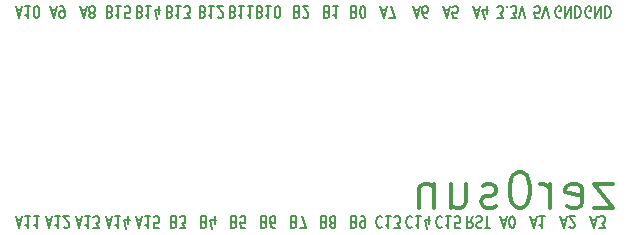
<source format=gbr>
G04 #@! TF.GenerationSoftware,KiCad,Pcbnew,5.1.4+dfsg1-2*
G04 #@! TF.CreationDate,2019-12-30T19:47:55+08:00*
G04 #@! TF.ProjectId,usb2can,75736232-6361-46e2-9e6b-696361645f70,rev?*
G04 #@! TF.SameCoordinates,Original*
G04 #@! TF.FileFunction,Legend,Bot*
G04 #@! TF.FilePolarity,Positive*
%FSLAX46Y46*%
G04 Gerber Fmt 4.6, Leading zero omitted, Abs format (unit mm)*
G04 Created by KiCad (PCBNEW 5.1.4+dfsg1-2) date 2019-12-30 19:47:55*
%MOMM*%
%LPD*%
G04 APERTURE LIST*
%ADD10C,0.150000*%
%ADD11C,0.300000*%
G04 APERTURE END LIST*
D10*
X70002476Y-46220000D02*
X69926285Y-46267619D01*
X69812000Y-46267619D01*
X69697714Y-46220000D01*
X69621523Y-46124761D01*
X69583428Y-46029523D01*
X69545333Y-45839047D01*
X69545333Y-45696190D01*
X69583428Y-45505714D01*
X69621523Y-45410476D01*
X69697714Y-45315238D01*
X69812000Y-45267619D01*
X69888190Y-45267619D01*
X70002476Y-45315238D01*
X70040571Y-45362857D01*
X70040571Y-45696190D01*
X69888190Y-45696190D01*
X70383428Y-45267619D02*
X70383428Y-46267619D01*
X70840571Y-45267619D01*
X70840571Y-46267619D01*
X71221523Y-45267619D02*
X71221523Y-46267619D01*
X71412000Y-46267619D01*
X71526285Y-46220000D01*
X71602476Y-46124761D01*
X71640571Y-46029523D01*
X71678666Y-45839047D01*
X71678666Y-45696190D01*
X71640571Y-45505714D01*
X71602476Y-45410476D01*
X71526285Y-45315238D01*
X71412000Y-45267619D01*
X71221523Y-45267619D01*
X67462476Y-46220000D02*
X67386285Y-46267619D01*
X67272000Y-46267619D01*
X67157714Y-46220000D01*
X67081523Y-46124761D01*
X67043428Y-46029523D01*
X67005333Y-45839047D01*
X67005333Y-45696190D01*
X67043428Y-45505714D01*
X67081523Y-45410476D01*
X67157714Y-45315238D01*
X67272000Y-45267619D01*
X67348190Y-45267619D01*
X67462476Y-45315238D01*
X67500571Y-45362857D01*
X67500571Y-45696190D01*
X67348190Y-45696190D01*
X67843428Y-45267619D02*
X67843428Y-46267619D01*
X68300571Y-45267619D01*
X68300571Y-46267619D01*
X68681523Y-45267619D02*
X68681523Y-46267619D01*
X68872000Y-46267619D01*
X68986285Y-46220000D01*
X69062476Y-46124761D01*
X69100571Y-46029523D01*
X69138666Y-45839047D01*
X69138666Y-45696190D01*
X69100571Y-45505714D01*
X69062476Y-45410476D01*
X68986285Y-45315238D01*
X68872000Y-45267619D01*
X68681523Y-45267619D01*
X65633619Y-46267619D02*
X65252666Y-46267619D01*
X65214571Y-45791428D01*
X65252666Y-45839047D01*
X65328857Y-45886666D01*
X65519333Y-45886666D01*
X65595523Y-45839047D01*
X65633619Y-45791428D01*
X65671714Y-45696190D01*
X65671714Y-45458095D01*
X65633619Y-45362857D01*
X65595523Y-45315238D01*
X65519333Y-45267619D01*
X65328857Y-45267619D01*
X65252666Y-45315238D01*
X65214571Y-45362857D01*
X65900285Y-46267619D02*
X66166952Y-45267619D01*
X66433619Y-46267619D01*
X62065047Y-46267619D02*
X62560285Y-46267619D01*
X62293619Y-45886666D01*
X62407904Y-45886666D01*
X62484095Y-45839047D01*
X62522190Y-45791428D01*
X62560285Y-45696190D01*
X62560285Y-45458095D01*
X62522190Y-45362857D01*
X62484095Y-45315238D01*
X62407904Y-45267619D01*
X62179333Y-45267619D01*
X62103142Y-45315238D01*
X62065047Y-45362857D01*
X62903142Y-45362857D02*
X62941238Y-45315238D01*
X62903142Y-45267619D01*
X62865047Y-45315238D01*
X62903142Y-45362857D01*
X62903142Y-45267619D01*
X63207904Y-46267619D02*
X63703142Y-46267619D01*
X63436476Y-45886666D01*
X63550761Y-45886666D01*
X63626952Y-45839047D01*
X63665047Y-45791428D01*
X63703142Y-45696190D01*
X63703142Y-45458095D01*
X63665047Y-45362857D01*
X63626952Y-45315238D01*
X63550761Y-45267619D01*
X63322190Y-45267619D01*
X63246000Y-45315238D01*
X63207904Y-45362857D01*
X63931714Y-46267619D02*
X64198380Y-45267619D01*
X64465047Y-46267619D01*
X60134571Y-45553333D02*
X60515523Y-45553333D01*
X60058380Y-45267619D02*
X60325047Y-46267619D01*
X60591714Y-45267619D01*
X61201238Y-45934285D02*
X61201238Y-45267619D01*
X61010761Y-46315238D02*
X60820285Y-45600952D01*
X61315523Y-45600952D01*
X57594571Y-45553333D02*
X57975523Y-45553333D01*
X57518380Y-45267619D02*
X57785047Y-46267619D01*
X58051714Y-45267619D01*
X58699333Y-46267619D02*
X58318380Y-46267619D01*
X58280285Y-45791428D01*
X58318380Y-45839047D01*
X58394571Y-45886666D01*
X58585047Y-45886666D01*
X58661238Y-45839047D01*
X58699333Y-45791428D01*
X58737428Y-45696190D01*
X58737428Y-45458095D01*
X58699333Y-45362857D01*
X58661238Y-45315238D01*
X58585047Y-45267619D01*
X58394571Y-45267619D01*
X58318380Y-45315238D01*
X58280285Y-45362857D01*
X55054571Y-45553333D02*
X55435523Y-45553333D01*
X54978380Y-45267619D02*
X55245047Y-46267619D01*
X55511714Y-45267619D01*
X56121238Y-46267619D02*
X55968857Y-46267619D01*
X55892666Y-46220000D01*
X55854571Y-46172380D01*
X55778380Y-46029523D01*
X55740285Y-45839047D01*
X55740285Y-45458095D01*
X55778380Y-45362857D01*
X55816476Y-45315238D01*
X55892666Y-45267619D01*
X56045047Y-45267619D01*
X56121238Y-45315238D01*
X56159333Y-45362857D01*
X56197428Y-45458095D01*
X56197428Y-45696190D01*
X56159333Y-45791428D01*
X56121238Y-45839047D01*
X56045047Y-45886666D01*
X55892666Y-45886666D01*
X55816476Y-45839047D01*
X55778380Y-45791428D01*
X55740285Y-45696190D01*
X52260571Y-45553333D02*
X52641523Y-45553333D01*
X52184380Y-45267619D02*
X52451047Y-46267619D01*
X52717714Y-45267619D01*
X52908190Y-46267619D02*
X53441523Y-46267619D01*
X53098666Y-45267619D01*
X49968190Y-45791428D02*
X50082476Y-45743809D01*
X50120571Y-45696190D01*
X50158666Y-45600952D01*
X50158666Y-45458095D01*
X50120571Y-45362857D01*
X50082476Y-45315238D01*
X50006285Y-45267619D01*
X49701523Y-45267619D01*
X49701523Y-46267619D01*
X49968190Y-46267619D01*
X50044380Y-46220000D01*
X50082476Y-46172380D01*
X50120571Y-46077142D01*
X50120571Y-45981904D01*
X50082476Y-45886666D01*
X50044380Y-45839047D01*
X49968190Y-45791428D01*
X49701523Y-45791428D01*
X50653904Y-46267619D02*
X50730095Y-46267619D01*
X50806285Y-46220000D01*
X50844380Y-46172380D01*
X50882476Y-46077142D01*
X50920571Y-45886666D01*
X50920571Y-45648571D01*
X50882476Y-45458095D01*
X50844380Y-45362857D01*
X50806285Y-45315238D01*
X50730095Y-45267619D01*
X50653904Y-45267619D01*
X50577714Y-45315238D01*
X50539619Y-45362857D01*
X50501523Y-45458095D01*
X50463428Y-45648571D01*
X50463428Y-45886666D01*
X50501523Y-46077142D01*
X50539619Y-46172380D01*
X50577714Y-46220000D01*
X50653904Y-46267619D01*
X47682190Y-45791428D02*
X47796476Y-45743809D01*
X47834571Y-45696190D01*
X47872666Y-45600952D01*
X47872666Y-45458095D01*
X47834571Y-45362857D01*
X47796476Y-45315238D01*
X47720285Y-45267619D01*
X47415523Y-45267619D01*
X47415523Y-46267619D01*
X47682190Y-46267619D01*
X47758380Y-46220000D01*
X47796476Y-46172380D01*
X47834571Y-46077142D01*
X47834571Y-45981904D01*
X47796476Y-45886666D01*
X47758380Y-45839047D01*
X47682190Y-45791428D01*
X47415523Y-45791428D01*
X48634571Y-45267619D02*
X48177428Y-45267619D01*
X48406000Y-45267619D02*
X48406000Y-46267619D01*
X48329809Y-46124761D01*
X48253619Y-46029523D01*
X48177428Y-45981904D01*
X45142190Y-45791428D02*
X45256476Y-45743809D01*
X45294571Y-45696190D01*
X45332666Y-45600952D01*
X45332666Y-45458095D01*
X45294571Y-45362857D01*
X45256476Y-45315238D01*
X45180285Y-45267619D01*
X44875523Y-45267619D01*
X44875523Y-46267619D01*
X45142190Y-46267619D01*
X45218380Y-46220000D01*
X45256476Y-46172380D01*
X45294571Y-46077142D01*
X45294571Y-45981904D01*
X45256476Y-45886666D01*
X45218380Y-45839047D01*
X45142190Y-45791428D01*
X44875523Y-45791428D01*
X45637428Y-46172380D02*
X45675523Y-46220000D01*
X45751714Y-46267619D01*
X45942190Y-46267619D01*
X46018380Y-46220000D01*
X46056476Y-46172380D01*
X46094571Y-46077142D01*
X46094571Y-45981904D01*
X46056476Y-45839047D01*
X45599333Y-45267619D01*
X46094571Y-45267619D01*
X41967238Y-45791428D02*
X42081523Y-45743809D01*
X42119619Y-45696190D01*
X42157714Y-45600952D01*
X42157714Y-45458095D01*
X42119619Y-45362857D01*
X42081523Y-45315238D01*
X42005333Y-45267619D01*
X41700571Y-45267619D01*
X41700571Y-46267619D01*
X41967238Y-46267619D01*
X42043428Y-46220000D01*
X42081523Y-46172380D01*
X42119619Y-46077142D01*
X42119619Y-45981904D01*
X42081523Y-45886666D01*
X42043428Y-45839047D01*
X41967238Y-45791428D01*
X41700571Y-45791428D01*
X42919619Y-45267619D02*
X42462476Y-45267619D01*
X42691047Y-45267619D02*
X42691047Y-46267619D01*
X42614857Y-46124761D01*
X42538666Y-46029523D01*
X42462476Y-45981904D01*
X43414857Y-46267619D02*
X43491047Y-46267619D01*
X43567238Y-46220000D01*
X43605333Y-46172380D01*
X43643428Y-46077142D01*
X43681523Y-45886666D01*
X43681523Y-45648571D01*
X43643428Y-45458095D01*
X43605333Y-45362857D01*
X43567238Y-45315238D01*
X43491047Y-45267619D01*
X43414857Y-45267619D01*
X43338666Y-45315238D01*
X43300571Y-45362857D01*
X43262476Y-45458095D01*
X43224380Y-45648571D01*
X43224380Y-45886666D01*
X43262476Y-46077142D01*
X43300571Y-46172380D01*
X43338666Y-46220000D01*
X43414857Y-46267619D01*
X39681238Y-45791428D02*
X39795523Y-45743809D01*
X39833619Y-45696190D01*
X39871714Y-45600952D01*
X39871714Y-45458095D01*
X39833619Y-45362857D01*
X39795523Y-45315238D01*
X39719333Y-45267619D01*
X39414571Y-45267619D01*
X39414571Y-46267619D01*
X39681238Y-46267619D01*
X39757428Y-46220000D01*
X39795523Y-46172380D01*
X39833619Y-46077142D01*
X39833619Y-45981904D01*
X39795523Y-45886666D01*
X39757428Y-45839047D01*
X39681238Y-45791428D01*
X39414571Y-45791428D01*
X40633619Y-45267619D02*
X40176476Y-45267619D01*
X40405047Y-45267619D02*
X40405047Y-46267619D01*
X40328857Y-46124761D01*
X40252666Y-46029523D01*
X40176476Y-45981904D01*
X41395523Y-45267619D02*
X40938380Y-45267619D01*
X41166952Y-45267619D02*
X41166952Y-46267619D01*
X41090761Y-46124761D01*
X41014571Y-46029523D01*
X40938380Y-45981904D01*
X37141238Y-45791428D02*
X37255523Y-45743809D01*
X37293619Y-45696190D01*
X37331714Y-45600952D01*
X37331714Y-45458095D01*
X37293619Y-45362857D01*
X37255523Y-45315238D01*
X37179333Y-45267619D01*
X36874571Y-45267619D01*
X36874571Y-46267619D01*
X37141238Y-46267619D01*
X37217428Y-46220000D01*
X37255523Y-46172380D01*
X37293619Y-46077142D01*
X37293619Y-45981904D01*
X37255523Y-45886666D01*
X37217428Y-45839047D01*
X37141238Y-45791428D01*
X36874571Y-45791428D01*
X38093619Y-45267619D02*
X37636476Y-45267619D01*
X37865047Y-45267619D02*
X37865047Y-46267619D01*
X37788857Y-46124761D01*
X37712666Y-46029523D01*
X37636476Y-45981904D01*
X38398380Y-46172380D02*
X38436476Y-46220000D01*
X38512666Y-46267619D01*
X38703142Y-46267619D01*
X38779333Y-46220000D01*
X38817428Y-46172380D01*
X38855523Y-46077142D01*
X38855523Y-45981904D01*
X38817428Y-45839047D01*
X38360285Y-45267619D01*
X38855523Y-45267619D01*
X34347238Y-45791428D02*
X34461523Y-45743809D01*
X34499619Y-45696190D01*
X34537714Y-45600952D01*
X34537714Y-45458095D01*
X34499619Y-45362857D01*
X34461523Y-45315238D01*
X34385333Y-45267619D01*
X34080571Y-45267619D01*
X34080571Y-46267619D01*
X34347238Y-46267619D01*
X34423428Y-46220000D01*
X34461523Y-46172380D01*
X34499619Y-46077142D01*
X34499619Y-45981904D01*
X34461523Y-45886666D01*
X34423428Y-45839047D01*
X34347238Y-45791428D01*
X34080571Y-45791428D01*
X35299619Y-45267619D02*
X34842476Y-45267619D01*
X35071047Y-45267619D02*
X35071047Y-46267619D01*
X34994857Y-46124761D01*
X34918666Y-46029523D01*
X34842476Y-45981904D01*
X35566285Y-46267619D02*
X36061523Y-46267619D01*
X35794857Y-45886666D01*
X35909142Y-45886666D01*
X35985333Y-45839047D01*
X36023428Y-45791428D01*
X36061523Y-45696190D01*
X36061523Y-45458095D01*
X36023428Y-45362857D01*
X35985333Y-45315238D01*
X35909142Y-45267619D01*
X35680571Y-45267619D01*
X35604380Y-45315238D01*
X35566285Y-45362857D01*
X31807238Y-45791428D02*
X31921523Y-45743809D01*
X31959619Y-45696190D01*
X31997714Y-45600952D01*
X31997714Y-45458095D01*
X31959619Y-45362857D01*
X31921523Y-45315238D01*
X31845333Y-45267619D01*
X31540571Y-45267619D01*
X31540571Y-46267619D01*
X31807238Y-46267619D01*
X31883428Y-46220000D01*
X31921523Y-46172380D01*
X31959619Y-46077142D01*
X31959619Y-45981904D01*
X31921523Y-45886666D01*
X31883428Y-45839047D01*
X31807238Y-45791428D01*
X31540571Y-45791428D01*
X32759619Y-45267619D02*
X32302476Y-45267619D01*
X32531047Y-45267619D02*
X32531047Y-46267619D01*
X32454857Y-46124761D01*
X32378666Y-46029523D01*
X32302476Y-45981904D01*
X33445333Y-45934285D02*
X33445333Y-45267619D01*
X33254857Y-46315238D02*
X33064380Y-45600952D01*
X33559619Y-45600952D01*
X29267238Y-45791428D02*
X29381523Y-45743809D01*
X29419619Y-45696190D01*
X29457714Y-45600952D01*
X29457714Y-45458095D01*
X29419619Y-45362857D01*
X29381523Y-45315238D01*
X29305333Y-45267619D01*
X29000571Y-45267619D01*
X29000571Y-46267619D01*
X29267238Y-46267619D01*
X29343428Y-46220000D01*
X29381523Y-46172380D01*
X29419619Y-46077142D01*
X29419619Y-45981904D01*
X29381523Y-45886666D01*
X29343428Y-45839047D01*
X29267238Y-45791428D01*
X29000571Y-45791428D01*
X30219619Y-45267619D02*
X29762476Y-45267619D01*
X29991047Y-45267619D02*
X29991047Y-46267619D01*
X29914857Y-46124761D01*
X29838666Y-46029523D01*
X29762476Y-45981904D01*
X30943428Y-46267619D02*
X30562476Y-46267619D01*
X30524380Y-45791428D01*
X30562476Y-45839047D01*
X30638666Y-45886666D01*
X30829142Y-45886666D01*
X30905333Y-45839047D01*
X30943428Y-45791428D01*
X30981523Y-45696190D01*
X30981523Y-45458095D01*
X30943428Y-45362857D01*
X30905333Y-45315238D01*
X30829142Y-45267619D01*
X30638666Y-45267619D01*
X30562476Y-45315238D01*
X30524380Y-45362857D01*
X26860571Y-45553333D02*
X27241523Y-45553333D01*
X26784380Y-45267619D02*
X27051047Y-46267619D01*
X27317714Y-45267619D01*
X27698666Y-45839047D02*
X27622476Y-45886666D01*
X27584380Y-45934285D01*
X27546285Y-46029523D01*
X27546285Y-46077142D01*
X27584380Y-46172380D01*
X27622476Y-46220000D01*
X27698666Y-46267619D01*
X27851047Y-46267619D01*
X27927238Y-46220000D01*
X27965333Y-46172380D01*
X28003428Y-46077142D01*
X28003428Y-46029523D01*
X27965333Y-45934285D01*
X27927238Y-45886666D01*
X27851047Y-45839047D01*
X27698666Y-45839047D01*
X27622476Y-45791428D01*
X27584380Y-45743809D01*
X27546285Y-45648571D01*
X27546285Y-45458095D01*
X27584380Y-45362857D01*
X27622476Y-45315238D01*
X27698666Y-45267619D01*
X27851047Y-45267619D01*
X27927238Y-45315238D01*
X27965333Y-45362857D01*
X28003428Y-45458095D01*
X28003428Y-45648571D01*
X27965333Y-45743809D01*
X27927238Y-45791428D01*
X27851047Y-45839047D01*
X24320571Y-45553333D02*
X24701523Y-45553333D01*
X24244380Y-45267619D02*
X24511047Y-46267619D01*
X24777714Y-45267619D01*
X25082476Y-45267619D02*
X25234857Y-45267619D01*
X25311047Y-45315238D01*
X25349142Y-45362857D01*
X25425333Y-45505714D01*
X25463428Y-45696190D01*
X25463428Y-46077142D01*
X25425333Y-46172380D01*
X25387238Y-46220000D01*
X25311047Y-46267619D01*
X25158666Y-46267619D01*
X25082476Y-46220000D01*
X25044380Y-46172380D01*
X25006285Y-46077142D01*
X25006285Y-45839047D01*
X25044380Y-45743809D01*
X25082476Y-45696190D01*
X25158666Y-45648571D01*
X25311047Y-45648571D01*
X25387238Y-45696190D01*
X25425333Y-45743809D01*
X25463428Y-45839047D01*
X21399619Y-45553333D02*
X21780571Y-45553333D01*
X21323428Y-45267619D02*
X21590095Y-46267619D01*
X21856761Y-45267619D01*
X22542476Y-45267619D02*
X22085333Y-45267619D01*
X22313904Y-45267619D02*
X22313904Y-46267619D01*
X22237714Y-46124761D01*
X22161523Y-46029523D01*
X22085333Y-45981904D01*
X23037714Y-46267619D02*
X23113904Y-46267619D01*
X23190095Y-46220000D01*
X23228190Y-46172380D01*
X23266285Y-46077142D01*
X23304380Y-45886666D01*
X23304380Y-45648571D01*
X23266285Y-45458095D01*
X23228190Y-45362857D01*
X23190095Y-45315238D01*
X23113904Y-45267619D01*
X23037714Y-45267619D01*
X22961523Y-45315238D01*
X22923428Y-45362857D01*
X22885333Y-45458095D01*
X22847238Y-45648571D01*
X22847238Y-45886666D01*
X22885333Y-46077142D01*
X22923428Y-46172380D01*
X22961523Y-46220000D01*
X23037714Y-46267619D01*
X70040571Y-63333333D02*
X70421523Y-63333333D01*
X69964380Y-63047619D02*
X70231047Y-64047619D01*
X70497714Y-63047619D01*
X70688190Y-64047619D02*
X71183428Y-64047619D01*
X70916761Y-63666666D01*
X71031047Y-63666666D01*
X71107238Y-63619047D01*
X71145333Y-63571428D01*
X71183428Y-63476190D01*
X71183428Y-63238095D01*
X71145333Y-63142857D01*
X71107238Y-63095238D01*
X71031047Y-63047619D01*
X70802476Y-63047619D01*
X70726285Y-63095238D01*
X70688190Y-63142857D01*
X67500571Y-63333333D02*
X67881523Y-63333333D01*
X67424380Y-63047619D02*
X67691047Y-64047619D01*
X67957714Y-63047619D01*
X68186285Y-63952380D02*
X68224380Y-64000000D01*
X68300571Y-64047619D01*
X68491047Y-64047619D01*
X68567238Y-64000000D01*
X68605333Y-63952380D01*
X68643428Y-63857142D01*
X68643428Y-63761904D01*
X68605333Y-63619047D01*
X68148190Y-63047619D01*
X68643428Y-63047619D01*
X64960571Y-63333333D02*
X65341523Y-63333333D01*
X64884380Y-63047619D02*
X65151047Y-64047619D01*
X65417714Y-63047619D01*
X66103428Y-63047619D02*
X65646285Y-63047619D01*
X65874857Y-63047619D02*
X65874857Y-64047619D01*
X65798666Y-63904761D01*
X65722476Y-63809523D01*
X65646285Y-63761904D01*
X62420571Y-63333333D02*
X62801523Y-63333333D01*
X62344380Y-63047619D02*
X62611047Y-64047619D01*
X62877714Y-63047619D01*
X63296761Y-64047619D02*
X63372952Y-64047619D01*
X63449142Y-64000000D01*
X63487238Y-63952380D01*
X63525333Y-63857142D01*
X63563428Y-63666666D01*
X63563428Y-63428571D01*
X63525333Y-63238095D01*
X63487238Y-63142857D01*
X63449142Y-63095238D01*
X63372952Y-63047619D01*
X63296761Y-63047619D01*
X63220571Y-63095238D01*
X63182476Y-63142857D01*
X63144380Y-63238095D01*
X63106285Y-63428571D01*
X63106285Y-63666666D01*
X63144380Y-63857142D01*
X63182476Y-63952380D01*
X63220571Y-64000000D01*
X63296761Y-64047619D01*
X60013904Y-63047619D02*
X59747238Y-63523809D01*
X59556761Y-63047619D02*
X59556761Y-64047619D01*
X59861523Y-64047619D01*
X59937714Y-64000000D01*
X59975809Y-63952380D01*
X60013904Y-63857142D01*
X60013904Y-63714285D01*
X59975809Y-63619047D01*
X59937714Y-63571428D01*
X59861523Y-63523809D01*
X59556761Y-63523809D01*
X60318666Y-63095238D02*
X60432952Y-63047619D01*
X60623428Y-63047619D01*
X60699619Y-63095238D01*
X60737714Y-63142857D01*
X60775809Y-63238095D01*
X60775809Y-63333333D01*
X60737714Y-63428571D01*
X60699619Y-63476190D01*
X60623428Y-63523809D01*
X60471047Y-63571428D01*
X60394857Y-63619047D01*
X60356761Y-63666666D01*
X60318666Y-63761904D01*
X60318666Y-63857142D01*
X60356761Y-63952380D01*
X60394857Y-64000000D01*
X60471047Y-64047619D01*
X60661523Y-64047619D01*
X60775809Y-64000000D01*
X61004380Y-64047619D02*
X61461523Y-64047619D01*
X61232952Y-63047619D02*
X61232952Y-64047619D01*
X57397714Y-63142857D02*
X57359619Y-63095238D01*
X57245333Y-63047619D01*
X57169142Y-63047619D01*
X57054857Y-63095238D01*
X56978666Y-63190476D01*
X56940571Y-63285714D01*
X56902476Y-63476190D01*
X56902476Y-63619047D01*
X56940571Y-63809523D01*
X56978666Y-63904761D01*
X57054857Y-64000000D01*
X57169142Y-64047619D01*
X57245333Y-64047619D01*
X57359619Y-64000000D01*
X57397714Y-63952380D01*
X58159619Y-63047619D02*
X57702476Y-63047619D01*
X57931047Y-63047619D02*
X57931047Y-64047619D01*
X57854857Y-63904761D01*
X57778666Y-63809523D01*
X57702476Y-63761904D01*
X58883428Y-64047619D02*
X58502476Y-64047619D01*
X58464380Y-63571428D01*
X58502476Y-63619047D01*
X58578666Y-63666666D01*
X58769142Y-63666666D01*
X58845333Y-63619047D01*
X58883428Y-63571428D01*
X58921523Y-63476190D01*
X58921523Y-63238095D01*
X58883428Y-63142857D01*
X58845333Y-63095238D01*
X58769142Y-63047619D01*
X58578666Y-63047619D01*
X58502476Y-63095238D01*
X58464380Y-63142857D01*
X54857714Y-63142857D02*
X54819619Y-63095238D01*
X54705333Y-63047619D01*
X54629142Y-63047619D01*
X54514857Y-63095238D01*
X54438666Y-63190476D01*
X54400571Y-63285714D01*
X54362476Y-63476190D01*
X54362476Y-63619047D01*
X54400571Y-63809523D01*
X54438666Y-63904761D01*
X54514857Y-64000000D01*
X54629142Y-64047619D01*
X54705333Y-64047619D01*
X54819619Y-64000000D01*
X54857714Y-63952380D01*
X55619619Y-63047619D02*
X55162476Y-63047619D01*
X55391047Y-63047619D02*
X55391047Y-64047619D01*
X55314857Y-63904761D01*
X55238666Y-63809523D01*
X55162476Y-63761904D01*
X56305333Y-63714285D02*
X56305333Y-63047619D01*
X56114857Y-64095238D02*
X55924380Y-63380952D01*
X56419619Y-63380952D01*
X52317714Y-63142857D02*
X52279619Y-63095238D01*
X52165333Y-63047619D01*
X52089142Y-63047619D01*
X51974857Y-63095238D01*
X51898666Y-63190476D01*
X51860571Y-63285714D01*
X51822476Y-63476190D01*
X51822476Y-63619047D01*
X51860571Y-63809523D01*
X51898666Y-63904761D01*
X51974857Y-64000000D01*
X52089142Y-64047619D01*
X52165333Y-64047619D01*
X52279619Y-64000000D01*
X52317714Y-63952380D01*
X53079619Y-63047619D02*
X52622476Y-63047619D01*
X52851047Y-63047619D02*
X52851047Y-64047619D01*
X52774857Y-63904761D01*
X52698666Y-63809523D01*
X52622476Y-63761904D01*
X53346285Y-64047619D02*
X53841523Y-64047619D01*
X53574857Y-63666666D01*
X53689142Y-63666666D01*
X53765333Y-63619047D01*
X53803428Y-63571428D01*
X53841523Y-63476190D01*
X53841523Y-63238095D01*
X53803428Y-63142857D01*
X53765333Y-63095238D01*
X53689142Y-63047619D01*
X53460571Y-63047619D01*
X53384380Y-63095238D01*
X53346285Y-63142857D01*
X49968190Y-63571428D02*
X50082476Y-63523809D01*
X50120571Y-63476190D01*
X50158666Y-63380952D01*
X50158666Y-63238095D01*
X50120571Y-63142857D01*
X50082476Y-63095238D01*
X50006285Y-63047619D01*
X49701523Y-63047619D01*
X49701523Y-64047619D01*
X49968190Y-64047619D01*
X50044380Y-64000000D01*
X50082476Y-63952380D01*
X50120571Y-63857142D01*
X50120571Y-63761904D01*
X50082476Y-63666666D01*
X50044380Y-63619047D01*
X49968190Y-63571428D01*
X49701523Y-63571428D01*
X50539619Y-63047619D02*
X50692000Y-63047619D01*
X50768190Y-63095238D01*
X50806285Y-63142857D01*
X50882476Y-63285714D01*
X50920571Y-63476190D01*
X50920571Y-63857142D01*
X50882476Y-63952380D01*
X50844380Y-64000000D01*
X50768190Y-64047619D01*
X50615809Y-64047619D01*
X50539619Y-64000000D01*
X50501523Y-63952380D01*
X50463428Y-63857142D01*
X50463428Y-63619047D01*
X50501523Y-63523809D01*
X50539619Y-63476190D01*
X50615809Y-63428571D01*
X50768190Y-63428571D01*
X50844380Y-63476190D01*
X50882476Y-63523809D01*
X50920571Y-63619047D01*
X47428190Y-63571428D02*
X47542476Y-63523809D01*
X47580571Y-63476190D01*
X47618666Y-63380952D01*
X47618666Y-63238095D01*
X47580571Y-63142857D01*
X47542476Y-63095238D01*
X47466285Y-63047619D01*
X47161523Y-63047619D01*
X47161523Y-64047619D01*
X47428190Y-64047619D01*
X47504380Y-64000000D01*
X47542476Y-63952380D01*
X47580571Y-63857142D01*
X47580571Y-63761904D01*
X47542476Y-63666666D01*
X47504380Y-63619047D01*
X47428190Y-63571428D01*
X47161523Y-63571428D01*
X48075809Y-63619047D02*
X47999619Y-63666666D01*
X47961523Y-63714285D01*
X47923428Y-63809523D01*
X47923428Y-63857142D01*
X47961523Y-63952380D01*
X47999619Y-64000000D01*
X48075809Y-64047619D01*
X48228190Y-64047619D01*
X48304380Y-64000000D01*
X48342476Y-63952380D01*
X48380571Y-63857142D01*
X48380571Y-63809523D01*
X48342476Y-63714285D01*
X48304380Y-63666666D01*
X48228190Y-63619047D01*
X48075809Y-63619047D01*
X47999619Y-63571428D01*
X47961523Y-63523809D01*
X47923428Y-63428571D01*
X47923428Y-63238095D01*
X47961523Y-63142857D01*
X47999619Y-63095238D01*
X48075809Y-63047619D01*
X48228190Y-63047619D01*
X48304380Y-63095238D01*
X48342476Y-63142857D01*
X48380571Y-63238095D01*
X48380571Y-63428571D01*
X48342476Y-63523809D01*
X48304380Y-63571428D01*
X48228190Y-63619047D01*
X44888190Y-63571428D02*
X45002476Y-63523809D01*
X45040571Y-63476190D01*
X45078666Y-63380952D01*
X45078666Y-63238095D01*
X45040571Y-63142857D01*
X45002476Y-63095238D01*
X44926285Y-63047619D01*
X44621523Y-63047619D01*
X44621523Y-64047619D01*
X44888190Y-64047619D01*
X44964380Y-64000000D01*
X45002476Y-63952380D01*
X45040571Y-63857142D01*
X45040571Y-63761904D01*
X45002476Y-63666666D01*
X44964380Y-63619047D01*
X44888190Y-63571428D01*
X44621523Y-63571428D01*
X45345333Y-64047619D02*
X45878666Y-64047619D01*
X45535809Y-63047619D01*
X42348190Y-63571428D02*
X42462476Y-63523809D01*
X42500571Y-63476190D01*
X42538666Y-63380952D01*
X42538666Y-63238095D01*
X42500571Y-63142857D01*
X42462476Y-63095238D01*
X42386285Y-63047619D01*
X42081523Y-63047619D01*
X42081523Y-64047619D01*
X42348190Y-64047619D01*
X42424380Y-64000000D01*
X42462476Y-63952380D01*
X42500571Y-63857142D01*
X42500571Y-63761904D01*
X42462476Y-63666666D01*
X42424380Y-63619047D01*
X42348190Y-63571428D01*
X42081523Y-63571428D01*
X43224380Y-64047619D02*
X43072000Y-64047619D01*
X42995809Y-64000000D01*
X42957714Y-63952380D01*
X42881523Y-63809523D01*
X42843428Y-63619047D01*
X42843428Y-63238095D01*
X42881523Y-63142857D01*
X42919619Y-63095238D01*
X42995809Y-63047619D01*
X43148190Y-63047619D01*
X43224380Y-63095238D01*
X43262476Y-63142857D01*
X43300571Y-63238095D01*
X43300571Y-63476190D01*
X43262476Y-63571428D01*
X43224380Y-63619047D01*
X43148190Y-63666666D01*
X42995809Y-63666666D01*
X42919619Y-63619047D01*
X42881523Y-63571428D01*
X42843428Y-63476190D01*
X39808190Y-63571428D02*
X39922476Y-63523809D01*
X39960571Y-63476190D01*
X39998666Y-63380952D01*
X39998666Y-63238095D01*
X39960571Y-63142857D01*
X39922476Y-63095238D01*
X39846285Y-63047619D01*
X39541523Y-63047619D01*
X39541523Y-64047619D01*
X39808190Y-64047619D01*
X39884380Y-64000000D01*
X39922476Y-63952380D01*
X39960571Y-63857142D01*
X39960571Y-63761904D01*
X39922476Y-63666666D01*
X39884380Y-63619047D01*
X39808190Y-63571428D01*
X39541523Y-63571428D01*
X40722476Y-64047619D02*
X40341523Y-64047619D01*
X40303428Y-63571428D01*
X40341523Y-63619047D01*
X40417714Y-63666666D01*
X40608190Y-63666666D01*
X40684380Y-63619047D01*
X40722476Y-63571428D01*
X40760571Y-63476190D01*
X40760571Y-63238095D01*
X40722476Y-63142857D01*
X40684380Y-63095238D01*
X40608190Y-63047619D01*
X40417714Y-63047619D01*
X40341523Y-63095238D01*
X40303428Y-63142857D01*
X37268190Y-63571428D02*
X37382476Y-63523809D01*
X37420571Y-63476190D01*
X37458666Y-63380952D01*
X37458666Y-63238095D01*
X37420571Y-63142857D01*
X37382476Y-63095238D01*
X37306285Y-63047619D01*
X37001523Y-63047619D01*
X37001523Y-64047619D01*
X37268190Y-64047619D01*
X37344380Y-64000000D01*
X37382476Y-63952380D01*
X37420571Y-63857142D01*
X37420571Y-63761904D01*
X37382476Y-63666666D01*
X37344380Y-63619047D01*
X37268190Y-63571428D01*
X37001523Y-63571428D01*
X38144380Y-63714285D02*
X38144380Y-63047619D01*
X37953904Y-64095238D02*
X37763428Y-63380952D01*
X38258666Y-63380952D01*
X34728190Y-63571428D02*
X34842476Y-63523809D01*
X34880571Y-63476190D01*
X34918666Y-63380952D01*
X34918666Y-63238095D01*
X34880571Y-63142857D01*
X34842476Y-63095238D01*
X34766285Y-63047619D01*
X34461523Y-63047619D01*
X34461523Y-64047619D01*
X34728190Y-64047619D01*
X34804380Y-64000000D01*
X34842476Y-63952380D01*
X34880571Y-63857142D01*
X34880571Y-63761904D01*
X34842476Y-63666666D01*
X34804380Y-63619047D01*
X34728190Y-63571428D01*
X34461523Y-63571428D01*
X35185333Y-64047619D02*
X35680571Y-64047619D01*
X35413904Y-63666666D01*
X35528190Y-63666666D01*
X35604380Y-63619047D01*
X35642476Y-63571428D01*
X35680571Y-63476190D01*
X35680571Y-63238095D01*
X35642476Y-63142857D01*
X35604380Y-63095238D01*
X35528190Y-63047619D01*
X35299619Y-63047619D01*
X35223428Y-63095238D01*
X35185333Y-63142857D01*
X31559619Y-63333333D02*
X31940571Y-63333333D01*
X31483428Y-63047619D02*
X31750095Y-64047619D01*
X32016761Y-63047619D01*
X32702476Y-63047619D02*
X32245333Y-63047619D01*
X32473904Y-63047619D02*
X32473904Y-64047619D01*
X32397714Y-63904761D01*
X32321523Y-63809523D01*
X32245333Y-63761904D01*
X33426285Y-64047619D02*
X33045333Y-64047619D01*
X33007238Y-63571428D01*
X33045333Y-63619047D01*
X33121523Y-63666666D01*
X33311999Y-63666666D01*
X33388190Y-63619047D01*
X33426285Y-63571428D01*
X33464380Y-63476190D01*
X33464380Y-63238095D01*
X33426285Y-63142857D01*
X33388190Y-63095238D01*
X33311999Y-63047619D01*
X33121523Y-63047619D01*
X33045333Y-63095238D01*
X33007238Y-63142857D01*
X29019619Y-63333333D02*
X29400571Y-63333333D01*
X28943428Y-63047619D02*
X29210095Y-64047619D01*
X29476761Y-63047619D01*
X30162476Y-63047619D02*
X29705333Y-63047619D01*
X29933904Y-63047619D02*
X29933904Y-64047619D01*
X29857714Y-63904761D01*
X29781523Y-63809523D01*
X29705333Y-63761904D01*
X30848190Y-63714285D02*
X30848190Y-63047619D01*
X30657714Y-64095238D02*
X30467238Y-63380952D01*
X30962476Y-63380952D01*
X26479619Y-63333333D02*
X26860571Y-63333333D01*
X26403428Y-63047619D02*
X26670095Y-64047619D01*
X26936761Y-63047619D01*
X27622476Y-63047619D02*
X27165333Y-63047619D01*
X27393904Y-63047619D02*
X27393904Y-64047619D01*
X27317714Y-63904761D01*
X27241523Y-63809523D01*
X27165333Y-63761904D01*
X27889142Y-64047619D02*
X28384380Y-64047619D01*
X28117714Y-63666666D01*
X28231999Y-63666666D01*
X28308190Y-63619047D01*
X28346285Y-63571428D01*
X28384380Y-63476190D01*
X28384380Y-63238095D01*
X28346285Y-63142857D01*
X28308190Y-63095238D01*
X28231999Y-63047619D01*
X28003428Y-63047619D01*
X27927238Y-63095238D01*
X27889142Y-63142857D01*
X23939619Y-63333333D02*
X24320571Y-63333333D01*
X23863428Y-63047619D02*
X24130095Y-64047619D01*
X24396761Y-63047619D01*
X25082476Y-63047619D02*
X24625333Y-63047619D01*
X24853904Y-63047619D02*
X24853904Y-64047619D01*
X24777714Y-63904761D01*
X24701523Y-63809523D01*
X24625333Y-63761904D01*
X25387238Y-63952380D02*
X25425333Y-64000000D01*
X25501523Y-64047619D01*
X25691999Y-64047619D01*
X25768190Y-64000000D01*
X25806285Y-63952380D01*
X25844380Y-63857142D01*
X25844380Y-63761904D01*
X25806285Y-63619047D01*
X25349142Y-63047619D01*
X25844380Y-63047619D01*
X21399619Y-63333333D02*
X21780571Y-63333333D01*
X21323428Y-63047619D02*
X21590095Y-64047619D01*
X21856761Y-63047619D01*
X22542476Y-63047619D02*
X22085333Y-63047619D01*
X22313904Y-63047619D02*
X22313904Y-64047619D01*
X22237714Y-63904761D01*
X22161523Y-63809523D01*
X22085333Y-63761904D01*
X23304380Y-63047619D02*
X22847238Y-63047619D01*
X23075809Y-63047619D02*
X23075809Y-64047619D01*
X22999619Y-63904761D01*
X22923428Y-63809523D01*
X22847238Y-63761904D01*
D11*
X71857142Y-60317142D02*
X70285714Y-60317142D01*
X71857142Y-62317142D01*
X70285714Y-62317142D01*
X68000000Y-62174285D02*
X68285714Y-62317142D01*
X68857142Y-62317142D01*
X69142857Y-62174285D01*
X69285714Y-61888571D01*
X69285714Y-60745714D01*
X69142857Y-60460000D01*
X68857142Y-60317142D01*
X68285714Y-60317142D01*
X68000000Y-60460000D01*
X67857142Y-60745714D01*
X67857142Y-61031428D01*
X69285714Y-61317142D01*
X66571428Y-62317142D02*
X66571428Y-60317142D01*
X66571428Y-60888571D02*
X66428571Y-60602857D01*
X66285714Y-60460000D01*
X66000000Y-60317142D01*
X65714285Y-60317142D01*
X64142857Y-59317142D02*
X63857142Y-59317142D01*
X63571428Y-59460000D01*
X63428571Y-59602857D01*
X63285714Y-59888571D01*
X63142857Y-60460000D01*
X63142857Y-61174285D01*
X63285714Y-61745714D01*
X63428571Y-62031428D01*
X63571428Y-62174285D01*
X63857142Y-62317142D01*
X64142857Y-62317142D01*
X64428571Y-62174285D01*
X64571428Y-62031428D01*
X64714285Y-61745714D01*
X64857142Y-61174285D01*
X64857142Y-60460000D01*
X64714285Y-59888571D01*
X64571428Y-59602857D01*
X64428571Y-59460000D01*
X64142857Y-59317142D01*
X62000000Y-62174285D02*
X61714285Y-62317142D01*
X61142857Y-62317142D01*
X60857142Y-62174285D01*
X60714285Y-61888571D01*
X60714285Y-61745714D01*
X60857142Y-61460000D01*
X61142857Y-61317142D01*
X61571428Y-61317142D01*
X61857142Y-61174285D01*
X62000000Y-60888571D01*
X62000000Y-60745714D01*
X61857142Y-60460000D01*
X61571428Y-60317142D01*
X61142857Y-60317142D01*
X60857142Y-60460000D01*
X58142857Y-60317142D02*
X58142857Y-62317142D01*
X59428571Y-60317142D02*
X59428571Y-61888571D01*
X59285714Y-62174285D01*
X59000000Y-62317142D01*
X58571428Y-62317142D01*
X58285714Y-62174285D01*
X58142857Y-62031428D01*
X56714285Y-60317142D02*
X56714285Y-62317142D01*
X56714285Y-60602857D02*
X56571428Y-60460000D01*
X56285714Y-60317142D01*
X55857142Y-60317142D01*
X55571428Y-60460000D01*
X55428571Y-60745714D01*
X55428571Y-62317142D01*
M02*

</source>
